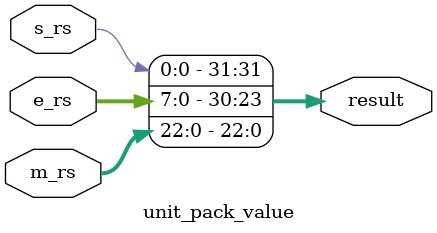
<source format=sv>
module unit_pack_value (
    input   logic   [22:0]      m_rs,
    input   logic   [7:0]       e_rs,
    input   logic               s_rs,
    output  logic   [31:0]      result
);
assign result = {s_rs,  e_rs,   m_rs};
endmodule
</source>
